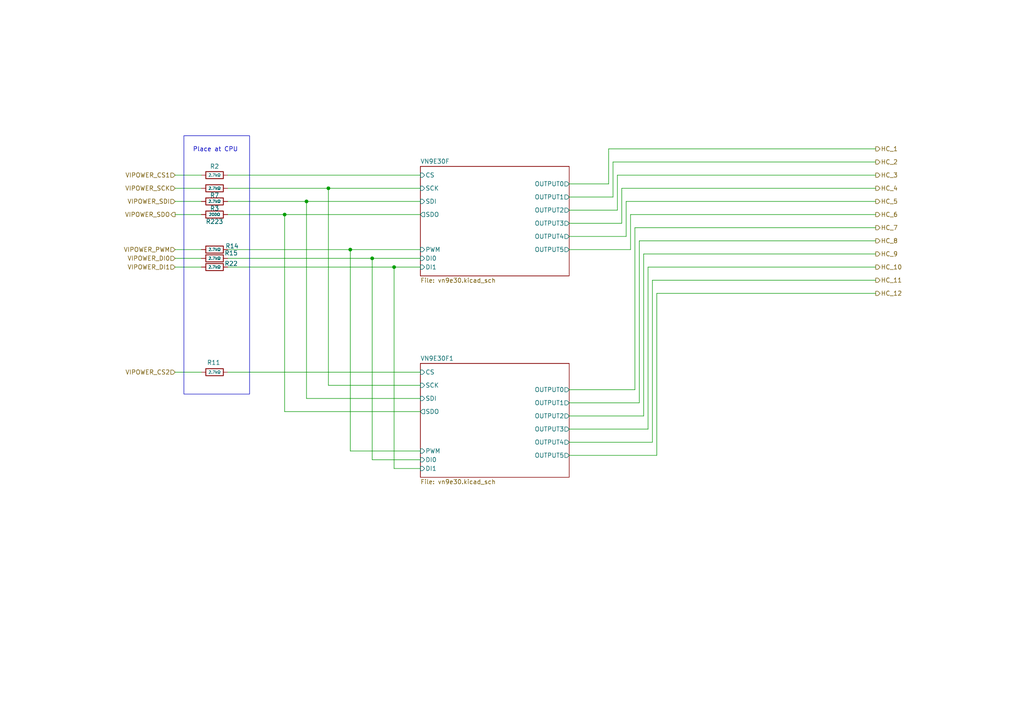
<source format=kicad_sch>
(kicad_sch (version 20250114) (generator "eeschema") (generator_version "9.0")
  (paper "A4")
  (title_block (title "l8"))
  (lib_symbols
    (symbol "PCM_JLCPCB-Resistors:0603,2.7kΩ" (pin_numbers (hide yes)) (pin_names (offset 0))
      (property "Reference" "R" (at 1.778 0 0))
      (property "Value" "2.7kΩ" (at 0 0 90))
      (symbol "0603,2.7kΩ_0_1"
        (rectangle (start -1.016 2.54) (end 1.016 -2.54) (stroke (width 0.254)))
      )
      (symbol "0603,2.7kΩ_1_1"
        (pin passive line (at 0 3.81 270) (length 1.27) (name "~") (number "1"))
        (pin passive line (at 0 -3.81 90) (length 1.27) (name "~") (number "2"))
      )
    )
    (symbol "PCM_JLCPCB-Resistors:0603,200Ω" (pin_numbers (hide yes)) (pin_names (offset 0))
      (property "Reference" "R" (at 1.778 0 0))
      (property "Value" "200Ω" (at 0 0 90))
      (symbol "0603,200Ω_0_1"
        (rectangle (start -1.016 2.54) (end 1.016 -2.54) (stroke (width 0.254)))
      )
      (symbol "0603,200Ω_1_1"
        (pin passive line (at 0 3.81 270) (length 1.27) (name "~") (number "1"))
        (pin passive line (at 0 -3.81 90) (length 1.27) (name "~") (number "2"))
      )
    )
  )
  (rectangle (start 53.34 39.37) (end 72.39 114.3))
  (text "Place at CPU" (at 62.484 43.434 0) (effects (font (size 1.27 1.27))))
  (junction (at 101.6 72.39))
  (junction (at 107.95 74.93))
  (junction (at 95.25 54.61))
  (junction (at 114.3 77.47))
  (junction (at 88.9 58.42))
  (junction (at 82.55 62.23))
  (wire (pts (xy 177.8 46.99) (xy 177.8 57.15)))
  (wire (pts (xy 114.3 135.89) (xy 121.92 135.89)))
  (wire (pts (xy 180.34 54.61) (xy 180.34 64.77)))
  (wire (pts (xy 187.96 77.47) (xy 187.96 124.46)))
  (wire (pts (xy 114.3 77.47) (xy 121.92 77.47)))
  (wire (pts (xy 66.04 58.42) (xy 88.9 58.42)))
  (wire (pts (xy 101.6 130.81) (xy 121.92 130.81)))
  (wire (pts (xy 182.88 72.39) (xy 165.1 72.39)))
  (wire (pts (xy 254 54.61) (xy 180.34 54.61)))
  (wire (pts (xy 66.04 77.47) (xy 114.3 77.47)))
  (wire (pts (xy 82.55 62.23) (xy 121.92 62.23)))
  (wire (pts (xy 66.04 50.8) (xy 121.92 50.8)))
  (wire (pts (xy 190.5 85.09) (xy 190.5 132.08)))
  (wire (pts (xy 254 58.42) (xy 181.61 58.42)))
  (wire (pts (xy 107.95 74.93) (xy 121.92 74.93)))
  (wire (pts (xy 50.8 58.42) (xy 58.42 58.42)))
  (wire (pts (xy 254 46.99) (xy 177.8 46.99)))
  (wire (pts (xy 254 62.23) (xy 182.88 62.23)))
  (wire (pts (xy 185.42 69.85) (xy 185.42 116.84)))
  (wire (pts (xy 177.8 57.15) (xy 165.1 57.15)))
  (wire (pts (xy 66.04 72.39) (xy 101.6 72.39)))
  (wire (pts (xy 189.23 81.28) (xy 254 81.28)))
  (wire (pts (xy 50.8 50.8) (xy 58.42 50.8)))
  (wire (pts (xy 185.42 116.84) (xy 165.1 116.84)))
  (wire (pts (xy 107.95 74.93) (xy 107.95 133.35)))
  (wire (pts (xy 66.04 107.95) (xy 121.92 107.95)))
  (wire (pts (xy 95.25 54.61) (xy 95.25 111.76)))
  (wire (pts (xy 254 77.47) (xy 187.96 77.47)))
  (wire (pts (xy 176.53 53.34) (xy 165.1 53.34)))
  (wire (pts (xy 101.6 72.39) (xy 121.92 72.39)))
  (wire (pts (xy 114.3 77.47) (xy 114.3 135.89)))
  (wire (pts (xy 254 50.8) (xy 179.07 50.8)))
  (wire (pts (xy 184.15 66.04) (xy 184.15 113.03)))
  (wire (pts (xy 88.9 58.42) (xy 121.92 58.42)))
  (wire (pts (xy 182.88 62.23) (xy 182.88 72.39)))
  (wire (pts (xy 189.23 128.27) (xy 165.1 128.27)))
  (wire (pts (xy 181.61 68.58) (xy 165.1 68.58)))
  (wire (pts (xy 95.25 54.61) (xy 121.92 54.61)))
  (wire (pts (xy 179.07 50.8) (xy 179.07 60.96)))
  (wire (pts (xy 50.8 72.39) (xy 58.42 72.39)))
  (wire (pts (xy 186.69 73.66) (xy 186.69 120.65)))
  (wire (pts (xy 189.23 81.28) (xy 189.23 128.27)))
  (wire (pts (xy 190.5 132.08) (xy 165.1 132.08)))
  (wire (pts (xy 88.9 58.42) (xy 88.9 115.57)))
  (wire (pts (xy 88.9 115.57) (xy 121.92 115.57)))
  (wire (pts (xy 95.25 111.76) (xy 121.92 111.76)))
  (wire (pts (xy 254 43.18) (xy 176.53 43.18)))
  (wire (pts (xy 186.69 120.65) (xy 165.1 120.65)))
  (wire (pts (xy 181.61 58.42) (xy 181.61 68.58)))
  (wire (pts (xy 107.95 133.35) (xy 121.92 133.35)))
  (wire (pts (xy 66.04 54.61) (xy 95.25 54.61)))
  (wire (pts (xy 66.04 62.23) (xy 82.55 62.23)))
  (wire (pts (xy 184.15 113.03) (xy 165.1 113.03)))
  (wire (pts (xy 82.55 62.23) (xy 82.55 119.38)))
  (wire (pts (xy 176.53 43.18) (xy 176.53 53.34)))
  (wire (pts (xy 50.8 74.93) (xy 58.42 74.93)))
  (wire (pts (xy 50.8 107.95) (xy 58.42 107.95)))
  (wire (pts (xy 82.55 119.38) (xy 121.92 119.38)))
  (wire (pts (xy 50.8 62.23) (xy 58.42 62.23)))
  (wire (pts (xy 50.8 77.47) (xy 58.42 77.47)))
  (wire (pts (xy 50.8 54.61) (xy 58.42 54.61)))
  (wire (pts (xy 254 66.04) (xy 184.15 66.04)))
  (wire (pts (xy 190.5 85.09) (xy 254 85.09)))
  (wire (pts (xy 180.34 64.77) (xy 165.1 64.77)))
  (wire (pts (xy 179.07 60.96) (xy 165.1 60.96)))
  (wire (pts (xy 254 69.85) (xy 185.42 69.85)))
  (wire (pts (xy 66.04 74.93) (xy 107.95 74.93)))
  (wire (pts (xy 254 73.66) (xy 186.69 73.66)))
  (wire (pts (xy 101.6 72.39) (xy 101.6 130.81)))
  (wire (pts (xy 187.96 124.46) (xy 165.1 124.46)))
  (hierarchical_label "HC_3" (shape output) (at 254 50.8 0))
  (hierarchical_label "HC_7" (shape output) (at 254 66.04 0))
  (hierarchical_label "HC_10" (shape output) (at 254 77.47 0))
  (hierarchical_label "VIPOWER_DI1" (shape input) (at 50.8 77.47 180))
  (hierarchical_label "HC_1" (shape output) (at 254 43.18 0))
  (hierarchical_label "HC_2" (shape output) (at 254 46.99 0))
  (hierarchical_label "HC_8" (shape output) (at 254 69.85 0))
  (hierarchical_label "HC_9" (shape output) (at 254 73.66 0))
  (hierarchical_label "HC_5" (shape output) (at 254 58.42 0))
  (hierarchical_label "HC_6" (shape output) (at 254 62.23 0))
  (hierarchical_label "VIPOWER_CS1" (shape input) (at 50.8 50.8 180))
  (hierarchical_label "VIPOWER_SDI" (shape input) (at 50.8 58.42 180))
  (hierarchical_label "HC_12" (shape output) (at 254 85.09 0))
  (hierarchical_label "VIPOWER_SDO" (shape output) (at 50.8 62.23 180))
  (hierarchical_label "VIPOWER_PWM" (shape input) (at 50.8 72.39 180))
  (hierarchical_label "HC_11" (shape output) (at 254 81.28 0))
  (hierarchical_label "HC_4" (shape output) (at 254 54.61 0))
  (hierarchical_label "VIPOWER_SCK" (shape input) (at 50.8 54.61 180))
  (hierarchical_label "VIPOWER_DI0" (shape input) (at 50.8 74.93 180))
  (hierarchical_label "VIPOWER_CS2" (shape input) (at 50.8 107.95 180))
  (symbol (lib_id "PCM_JLCPCB-Resistors:0603,200Ω") (at 62.23 62.23 90) (mirror x) (unit 1)
    (property "Reference" "R223" (at 62.23 64.262 90))
    (property "Value" "200Ω" (at 62.23 62.23 90) (effects (font (size 0.8 0.8))))
    (property "Footprint" "PCM_JLCPCB:R_0603" (effects (hide yes)))
    (property "Datasheet" "https://www.lcsc.com/datasheet/lcsc_datasheet_2206010216_UNI-ROYAL-Uniroyal-Elec-0603WAF2000T5E_C8218.pdf" (effects (hide yes)))
    (property "Description" "100mW Thick Film Resistors 75V ±100ppm/°C ±1% 200Ω 0603 Chip Resistor - Surface Mount ROHS" (effects (hide yes)))
    (property "LCSC" "C8218" (effects (hide yes)))
    (property "Stock" "2444311" (effects (hide yes)))
    (property "Price" "0.004USD" (effects (hide yes)))
    (property "Process" "SMT" (effects (hide yes)))
    (property "Minimum Qty" "20" (effects (hide yes)))
    (property "Attrition Qty" "10" (effects (hide yes)))
    (property "Class" "Basic Component" (effects (hide yes)))
    (property "Category" "Resistors,Chip Resistor - Surface Mount" (effects (hide yes)))
    (property "Manufacturer" "UNI-ROYAL(Uniroyal Elec)" (effects (hide yes)))
    (property "Part" "0603WAF2000T5E" (effects (hide yes)))
    (property "Resistance" "200Ω" (effects (hide yes)))
    (property "Power(Watts)" "100mW" (effects (hide yes)))
    (property "Type" "Thick Film Resistors" (effects (hide yes)))
    (property "Overload Voltage (Max)" "75V" (effects (hide yes)))
    (property "Operating Temperature Range" "-55°C~+155°C" (effects (hide yes)))
    (property "Tolerance" "±1%" (effects (hide yes)))
    (property "Temperature Coefficient" "±100ppm/°C" (effects (hide yes)))
  )
  (symbol (lib_id "PCM_JLCPCB-Resistors:0603,2.7kΩ") (at 62.23 58.42 90) (mirror x) (unit 1)
    (property "Reference" "R3" (at 62.23 60.452 90))
    (property "Value" "2.7kΩ" (at 62.23 58.42 90) (effects (font (size 0.8 0.8))))
    (property "Footprint" "PCM_JLCPCB:R_0603" (effects (hide yes)))
    (property "Datasheet" "https://www.lcsc.com/datasheet/lcsc_datasheet_2206010216_UNI-ROYAL-Uniroyal-Elec-0603WAF2701T5E_C13167.pdf" (effects (hide yes)))
    (property "Description" "100mW Thick Film Resistors 75V ±100ppm/°C ±1% 2.7kΩ 0603 Chip Resistor - Surface Mount ROHS" (effects (hide yes)))
    (property "LCSC" "C13167" (effects (hide yes)))
    (property "Stock" "1077645" (effects (hide yes)))
    (property "Price" "0.004USD" (effects (hide yes)))
    (property "Process" "SMT" (effects (hide yes)))
    (property "Minimum Qty" "20" (effects (hide yes)))
    (property "Attrition Qty" "10" (effects (hide yes)))
    (property "Class" "Basic Component" (effects (hide yes)))
    (property "Category" "Resistors,Chip Resistor - Surface Mount" (effects (hide yes)))
    (property "Manufacturer" "UNI-ROYAL(Uniroyal Elec)" (effects (hide yes)))
    (property "Part" "0603WAF2701T5E" (effects (hide yes)))
    (property "Resistance" "2.7kΩ" (effects (hide yes)))
    (property "Power(Watts)" "100mW" (effects (hide yes)))
    (property "Type" "Thick Film Resistors" (effects (hide yes)))
    (property "Overload Voltage (Max)" "75V" (effects (hide yes)))
    (property "Operating Temperature Range" "-55°C~+155°C" (effects (hide yes)))
    (property "Tolerance" "±1%" (effects (hide yes)))
    (property "Temperature Coefficient" "±100ppm/°C" (effects (hide yes)))
  )
  (symbol (lib_id "PCM_JLCPCB-Resistors:0603,2.7kΩ") (at 62.23 50.8 90) (mirror x) (unit 1)
    (property "Reference" "R2" (at 62.23 48.26 90))
    (property "Value" "2.7kΩ" (at 62.23 50.8 90) (effects (font (size 0.8 0.8))))
    (property "Footprint" "PCM_JLCPCB:R_0603" (effects (hide yes)))
    (property "Datasheet" "https://www.lcsc.com/datasheet/lcsc_datasheet_2206010216_UNI-ROYAL-Uniroyal-Elec-0603WAF2701T5E_C13167.pdf" (effects (hide yes)))
    (property "Description" "100mW Thick Film Resistors 75V ±100ppm/°C ±1% 2.7kΩ 0603 Chip Resistor - Surface Mount ROHS" (effects (hide yes)))
    (property "LCSC" "C13167" (effects (hide yes)))
    (property "Stock" "1077645" (effects (hide yes)))
    (property "Price" "0.004USD" (effects (hide yes)))
    (property "Process" "SMT" (effects (hide yes)))
    (property "Minimum Qty" "20" (effects (hide yes)))
    (property "Attrition Qty" "10" (effects (hide yes)))
    (property "Class" "Basic Component" (effects (hide yes)))
    (property "Category" "Resistors,Chip Resistor - Surface Mount" (effects (hide yes)))
    (property "Manufacturer" "UNI-ROYAL(Uniroyal Elec)" (effects (hide yes)))
    (property "Part" "0603WAF2701T5E" (effects (hide yes)))
    (property "Resistance" "2.7kΩ" (effects (hide yes)))
    (property "Power(Watts)" "100mW" (effects (hide yes)))
    (property "Type" "Thick Film Resistors" (effects (hide yes)))
    (property "Overload Voltage (Max)" "75V" (effects (hide yes)))
    (property "Operating Temperature Range" "-55°C~+155°C" (effects (hide yes)))
    (property "Tolerance" "±1%" (effects (hide yes)))
    (property "Temperature Coefficient" "±100ppm/°C" (effects (hide yes)))
  )
  (symbol (lib_id "PCM_JLCPCB-Resistors:0603,2.7kΩ") (at 62.23 74.93 90) (mirror x) (unit 1)
    (property "Reference" "R15" (at 67.056 73.406 90))
    (property "Value" "2.7kΩ" (at 62.23 74.93 90) (effects (font (size 0.8 0.8))))
    (property "Footprint" "PCM_JLCPCB:R_0603" (effects (hide yes)))
    (property "Datasheet" "https://www.lcsc.com/datasheet/lcsc_datasheet_2206010216_UNI-ROYAL-Uniroyal-Elec-0603WAF2701T5E_C13167.pdf" (effects (hide yes)))
    (property "Description" "100mW Thick Film Resistors 75V ±100ppm/°C ±1% 2.7kΩ 0603 Chip Resistor - Surface Mount ROHS" (effects (hide yes)))
    (property "LCSC" "C13167" (effects (hide yes)))
    (property "Stock" "1077645" (effects (hide yes)))
    (property "Price" "0.004USD" (effects (hide yes)))
    (property "Process" "SMT" (effects (hide yes)))
    (property "Minimum Qty" "20" (effects (hide yes)))
    (property "Attrition Qty" "10" (effects (hide yes)))
    (property "Class" "Basic Component" (effects (hide yes)))
    (property "Category" "Resistors,Chip Resistor - Surface Mount" (effects (hide yes)))
    (property "Manufacturer" "UNI-ROYAL(Uniroyal Elec)" (effects (hide yes)))
    (property "Part" "0603WAF2701T5E" (effects (hide yes)))
    (property "Resistance" "2.7kΩ" (effects (hide yes)))
    (property "Power(Watts)" "100mW" (effects (hide yes)))
    (property "Type" "Thick Film Resistors" (effects (hide yes)))
    (property "Overload Voltage (Max)" "75V" (effects (hide yes)))
    (property "Operating Temperature Range" "-55°C~+155°C" (effects (hide yes)))
    (property "Tolerance" "±1%" (effects (hide yes)))
    (property "Temperature Coefficient" "±100ppm/°C" (effects (hide yes)))
  )
  (symbol (lib_id "PCM_JLCPCB-Resistors:0603,2.7kΩ") (at 62.23 107.95 90) (mirror x) (unit 1)
    (property "Reference" "R11" (at 61.976 105.156 90))
    (property "Value" "2.7kΩ" (at 62.23 107.95 90) (effects (font (size 0.8 0.8))))
    (property "Footprint" "PCM_JLCPCB:R_0603" (effects (hide yes)))
    (property "Datasheet" "https://www.lcsc.com/datasheet/lcsc_datasheet_2206010216_UNI-ROYAL-Uniroyal-Elec-0603WAF2701T5E_C13167.pdf" (effects (hide yes)))
    (property "Description" "100mW Thick Film Resistors 75V ±100ppm/°C ±1% 2.7kΩ 0603 Chip Resistor - Surface Mount ROHS" (effects (hide yes)))
    (property "LCSC" "C13167" (effects (hide yes)))
    (property "Stock" "1077645" (effects (hide yes)))
    (property "Price" "0.004USD" (effects (hide yes)))
    (property "Process" "SMT" (effects (hide yes)))
    (property "Minimum Qty" "20" (effects (hide yes)))
    (property "Attrition Qty" "10" (effects (hide yes)))
    (property "Class" "Basic Component" (effects (hide yes)))
    (property "Category" "Resistors,Chip Resistor - Surface Mount" (effects (hide yes)))
    (property "Manufacturer" "UNI-ROYAL(Uniroyal Elec)" (effects (hide yes)))
    (property "Part" "0603WAF2701T5E" (effects (hide yes)))
    (property "Resistance" "2.7kΩ" (effects (hide yes)))
    (property "Power(Watts)" "100mW" (effects (hide yes)))
    (property "Type" "Thick Film Resistors" (effects (hide yes)))
    (property "Overload Voltage (Max)" "75V" (effects (hide yes)))
    (property "Operating Temperature Range" "-55°C~+155°C" (effects (hide yes)))
    (property "Tolerance" "±1%" (effects (hide yes)))
    (property "Temperature Coefficient" "±100ppm/°C" (effects (hide yes)))
  )
  (symbol (lib_id "PCM_JLCPCB-Resistors:0603,2.7kΩ") (at 62.23 77.47 90) (mirror x) (unit 1)
    (property "Reference" "R22" (at 67.056 76.454 90))
    (property "Value" "2.7kΩ" (at 62.23 77.47 90) (effects (font (size 0.8 0.8))))
    (property "Footprint" "PCM_JLCPCB:R_0603" (effects (hide yes)))
    (property "Datasheet" "https://www.lcsc.com/datasheet/lcsc_datasheet_2206010216_UNI-ROYAL-Uniroyal-Elec-0603WAF2701T5E_C13167.pdf" (effects (hide yes)))
    (property "Description" "100mW Thick Film Resistors 75V ±100ppm/°C ±1% 2.7kΩ 0603 Chip Resistor - Surface Mount ROHS" (effects (hide yes)))
    (property "LCSC" "C13167" (effects (hide yes)))
    (property "Stock" "1077645" (effects (hide yes)))
    (property "Price" "0.004USD" (effects (hide yes)))
    (property "Process" "SMT" (effects (hide yes)))
    (property "Minimum Qty" "20" (effects (hide yes)))
    (property "Attrition Qty" "10" (effects (hide yes)))
    (property "Class" "Basic Component" (effects (hide yes)))
    (property "Category" "Resistors,Chip Resistor - Surface Mount" (effects (hide yes)))
    (property "Manufacturer" "UNI-ROYAL(Uniroyal Elec)" (effects (hide yes)))
    (property "Part" "0603WAF2701T5E" (effects (hide yes)))
    (property "Resistance" "2.7kΩ" (effects (hide yes)))
    (property "Power(Watts)" "100mW" (effects (hide yes)))
    (property "Type" "Thick Film Resistors" (effects (hide yes)))
    (property "Overload Voltage (Max)" "75V" (effects (hide yes)))
    (property "Operating Temperature Range" "-55°C~+155°C" (effects (hide yes)))
    (property "Tolerance" "±1%" (effects (hide yes)))
    (property "Temperature Coefficient" "±100ppm/°C" (effects (hide yes)))
  )
  (symbol (lib_id "PCM_JLCPCB-Resistors:0603,2.7kΩ") (at 62.23 54.61 90) (mirror x) (unit 1)
    (property "Reference" "R7" (at 62.23 56.642 90))
    (property "Value" "2.7kΩ" (at 62.23 54.61 90) (effects (font (size 0.8 0.8))))
    (property "Footprint" "PCM_JLCPCB:R_0603" (effects (hide yes)))
    (property "Datasheet" "https://www.lcsc.com/datasheet/lcsc_datasheet_2206010216_UNI-ROYAL-Uniroyal-Elec-0603WAF2701T5E_C13167.pdf" (effects (hide yes)))
    (property "Description" "100mW Thick Film Resistors 75V ±100ppm/°C ±1% 2.7kΩ 0603 Chip Resistor - Surface Mount ROHS" (effects (hide yes)))
    (property "LCSC" "C13167" (effects (hide yes)))
    (property "Stock" "1077645" (effects (hide yes)))
    (property "Price" "0.004USD" (effects (hide yes)))
    (property "Process" "SMT" (effects (hide yes)))
    (property "Minimum Qty" "20" (effects (hide yes)))
    (property "Attrition Qty" "10" (effects (hide yes)))
    (property "Class" "Basic Component" (effects (hide yes)))
    (property "Category" "Resistors,Chip Resistor - Surface Mount" (effects (hide yes)))
    (property "Manufacturer" "UNI-ROYAL(Uniroyal Elec)" (effects (hide yes)))
    (property "Part" "0603WAF2701T5E" (effects (hide yes)))
    (property "Resistance" "2.7kΩ" (effects (hide yes)))
    (property "Power(Watts)" "100mW" (effects (hide yes)))
    (property "Type" "Thick Film Resistors" (effects (hide yes)))
    (property "Overload Voltage (Max)" "75V" (effects (hide yes)))
    (property "Operating Temperature Range" "-55°C~+155°C" (effects (hide yes)))
    (property "Tolerance" "±1%" (effects (hide yes)))
    (property "Temperature Coefficient" "±100ppm/°C" (effects (hide yes)))
  )
  (symbol (lib_id "PCM_JLCPCB-Resistors:0603,2.7kΩ") (at 62.23 72.39 90) (mirror x) (unit 1)
    (property "Reference" "R14" (at 67.31 71.374 90))
    (property "Value" "2.7kΩ" (at 62.23 72.39 90) (effects (font (size 0.8 0.8))))
    (property "Footprint" "PCM_JLCPCB:R_0603" (effects (hide yes)))
    (property "Datasheet" "https://www.lcsc.com/datasheet/lcsc_datasheet_2206010216_UNI-ROYAL-Uniroyal-Elec-0603WAF2701T5E_C13167.pdf" (effects (hide yes)))
    (property "Description" "100mW Thick Film Resistors 75V ±100ppm/°C ±1% 2.7kΩ 0603 Chip Resistor - Surface Mount ROHS" (effects (hide yes)))
    (property "LCSC" "C13167" (effects (hide yes)))
    (property "Stock" "1077645" (effects (hide yes)))
    (property "Price" "0.004USD" (effects (hide yes)))
    (property "Process" "SMT" (effects (hide yes)))
    (property "Minimum Qty" "20" (effects (hide yes)))
    (property "Attrition Qty" "10" (effects (hide yes)))
    (property "Class" "Basic Component" (effects (hide yes)))
    (property "Category" "Resistors,Chip Resistor - Surface Mount" (effects (hide yes)))
    (property "Manufacturer" "UNI-ROYAL(Uniroyal Elec)" (effects (hide yes)))
    (property "Part" "0603WAF2701T5E" (effects (hide yes)))
    (property "Resistance" "2.7kΩ" (effects (hide yes)))
    (property "Power(Watts)" "100mW" (effects (hide yes)))
    (property "Type" "Thick Film Resistors" (effects (hide yes)))
    (property "Overload Voltage (Max)" "75V" (effects (hide yes)))
    (property "Operating Temperature Range" "-55°C~+155°C" (effects (hide yes)))
    (property "Tolerance" "±1%" (effects (hide yes)))
    (property "Temperature Coefficient" "±100ppm/°C" (effects (hide yes)))
  )
  (sheet (at 121.92 105.41) (size 43.18 33.02) (stroke (width 0.1524))
    (property "Sheetname" "VN9E30F1" (at 121.92 104.6984 0) (effects (justify left bottom)))
    (property "Sheetfile" "vn9e30.kicad_sch" (at 121.92 139.0146 0) (effects (justify left top)))
    (pin "CS" input (at 121.92 107.95 180))
    (pin "DI0" input (at 121.92 133.35 180))
    (pin "DI1" input (at 121.92 135.89 180))
    (pin "PWM" input (at 121.92 130.81 180))
    (pin "SCK" input (at 121.92 111.76 180))
    (pin "SDI" input (at 121.92 115.57 180))
    (pin "SDO" output (at 121.92 119.38 180))
    (pin "OUTPUT1" output (at 165.1 116.84 0))
    (pin "OUTPUT2" output (at 165.1 120.65 0))
    (pin "OUTPUT3" output (at 165.1 124.46 0))
    (pin "OUTPUT4" output (at 165.1 128.27 0))
    (pin "OUTPUT5" output (at 165.1 132.08 0))
    (pin "OUTPUT0" output (at 165.1 113.03 0))
  )
  (sheet (at 121.92 48.26) (size 43.18 31.75) (stroke (width 0.1524))
    (property "Sheetname" "VN9E30F" (at 121.92 47.5484 0) (effects (justify left bottom)))
    (property "Sheetfile" "vn9e30.kicad_sch" (at 121.92 80.5946 0) (effects (justify left top)))
    (pin "CS" input (at 121.92 50.8 180))
    (pin "DI0" input (at 121.92 74.93 180))
    (pin "DI1" input (at 121.92 77.47 180))
    (pin "PWM" input (at 121.92 72.39 180))
    (pin "SCK" input (at 121.92 54.61 180))
    (pin "SDI" input (at 121.92 58.42 180))
    (pin "SDO" output (at 121.92 62.23 180))
    (pin "OUTPUT1" output (at 165.1 57.15 0))
    (pin "OUTPUT2" output (at 165.1 60.96 0))
    (pin "OUTPUT3" output (at 165.1 64.77 0))
    (pin "OUTPUT4" output (at 165.1 68.58 0))
    (pin "OUTPUT5" output (at 165.1 72.39 0))
    (pin "OUTPUT0" output (at 165.1 53.34 0))
  )
)
</source>
